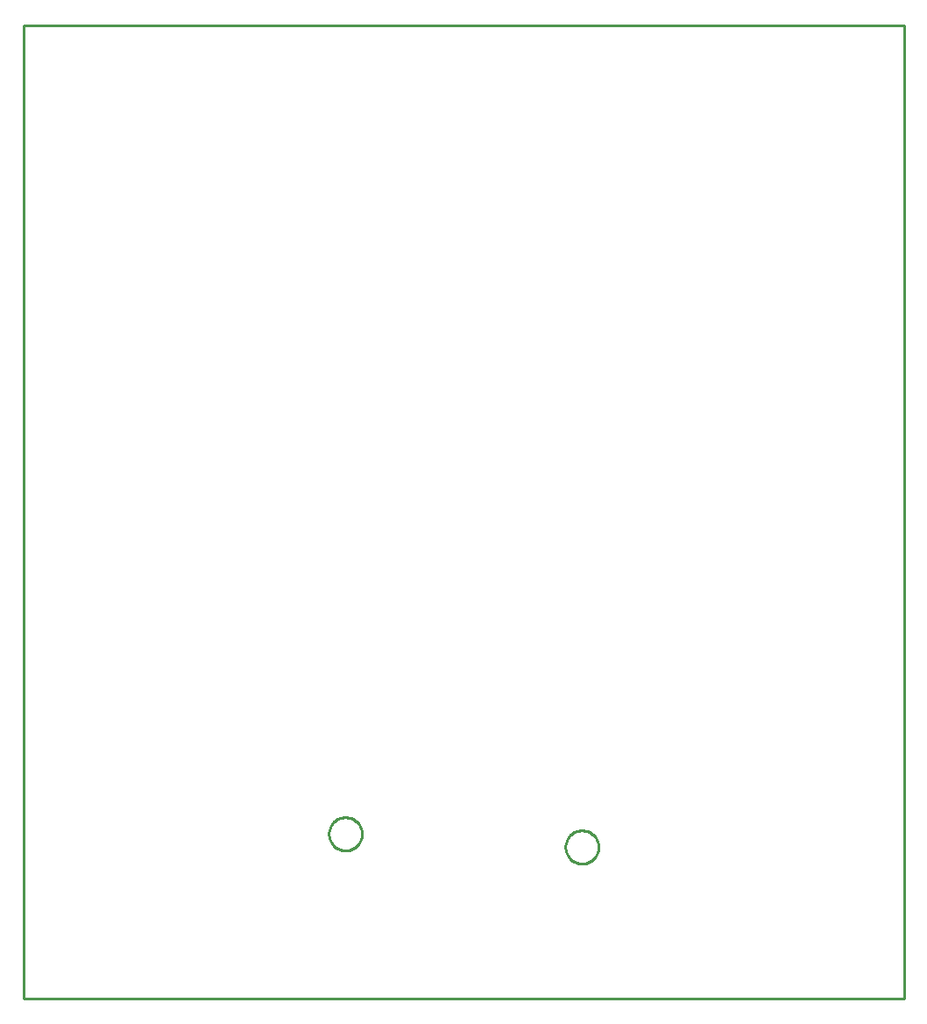
<source format=gko>
G04 EAGLE Gerber RS-274X export*
G75*
%MOMM*%
%FSLAX34Y34*%
%LPD*%
%INBoard Outline*%
%IPPOS*%
%AMOC8*
5,1,8,0,0,1.08239X$1,22.5*%
G01*
%ADD10C,0.000000*%
%ADD11C,0.254000*%


D10*
X0Y0D02*
X850900Y0D01*
X850900Y939800D01*
X0Y939700D01*
X0Y0D01*
X295148Y158750D02*
X295153Y159143D01*
X295167Y159535D01*
X295191Y159927D01*
X295225Y160318D01*
X295268Y160709D01*
X295321Y161098D01*
X295384Y161486D01*
X295455Y161872D01*
X295537Y162256D01*
X295628Y162638D01*
X295728Y163018D01*
X295837Y163395D01*
X295956Y163770D01*
X296083Y164141D01*
X296220Y164509D01*
X296366Y164874D01*
X296521Y165235D01*
X296684Y165592D01*
X296857Y165945D01*
X297037Y166293D01*
X297227Y166637D01*
X297425Y166977D01*
X297631Y167311D01*
X297845Y167640D01*
X298067Y167964D01*
X298297Y168282D01*
X298535Y168595D01*
X298780Y168902D01*
X299033Y169202D01*
X299293Y169496D01*
X299561Y169784D01*
X299835Y170065D01*
X300116Y170339D01*
X300404Y170607D01*
X300698Y170867D01*
X300998Y171120D01*
X301305Y171365D01*
X301618Y171603D01*
X301936Y171833D01*
X302260Y172055D01*
X302589Y172269D01*
X302923Y172475D01*
X303263Y172673D01*
X303607Y172863D01*
X303955Y173043D01*
X304308Y173216D01*
X304665Y173379D01*
X305026Y173534D01*
X305391Y173680D01*
X305759Y173817D01*
X306130Y173944D01*
X306505Y174063D01*
X306882Y174172D01*
X307262Y174272D01*
X307644Y174363D01*
X308028Y174445D01*
X308414Y174516D01*
X308802Y174579D01*
X309191Y174632D01*
X309582Y174675D01*
X309973Y174709D01*
X310365Y174733D01*
X310757Y174747D01*
X311150Y174752D01*
X311543Y174747D01*
X311935Y174733D01*
X312327Y174709D01*
X312718Y174675D01*
X313109Y174632D01*
X313498Y174579D01*
X313886Y174516D01*
X314272Y174445D01*
X314656Y174363D01*
X315038Y174272D01*
X315418Y174172D01*
X315795Y174063D01*
X316170Y173944D01*
X316541Y173817D01*
X316909Y173680D01*
X317274Y173534D01*
X317635Y173379D01*
X317992Y173216D01*
X318345Y173043D01*
X318693Y172863D01*
X319037Y172673D01*
X319377Y172475D01*
X319711Y172269D01*
X320040Y172055D01*
X320364Y171833D01*
X320682Y171603D01*
X320995Y171365D01*
X321302Y171120D01*
X321602Y170867D01*
X321896Y170607D01*
X322184Y170339D01*
X322465Y170065D01*
X322739Y169784D01*
X323007Y169496D01*
X323267Y169202D01*
X323520Y168902D01*
X323765Y168595D01*
X324003Y168282D01*
X324233Y167964D01*
X324455Y167640D01*
X324669Y167311D01*
X324875Y166977D01*
X325073Y166637D01*
X325263Y166293D01*
X325443Y165945D01*
X325616Y165592D01*
X325779Y165235D01*
X325934Y164874D01*
X326080Y164509D01*
X326217Y164141D01*
X326344Y163770D01*
X326463Y163395D01*
X326572Y163018D01*
X326672Y162638D01*
X326763Y162256D01*
X326845Y161872D01*
X326916Y161486D01*
X326979Y161098D01*
X327032Y160709D01*
X327075Y160318D01*
X327109Y159927D01*
X327133Y159535D01*
X327147Y159143D01*
X327152Y158750D01*
X327147Y158357D01*
X327133Y157965D01*
X327109Y157573D01*
X327075Y157182D01*
X327032Y156791D01*
X326979Y156402D01*
X326916Y156014D01*
X326845Y155628D01*
X326763Y155244D01*
X326672Y154862D01*
X326572Y154482D01*
X326463Y154105D01*
X326344Y153730D01*
X326217Y153359D01*
X326080Y152991D01*
X325934Y152626D01*
X325779Y152265D01*
X325616Y151908D01*
X325443Y151555D01*
X325263Y151207D01*
X325073Y150863D01*
X324875Y150523D01*
X324669Y150189D01*
X324455Y149860D01*
X324233Y149536D01*
X324003Y149218D01*
X323765Y148905D01*
X323520Y148598D01*
X323267Y148298D01*
X323007Y148004D01*
X322739Y147716D01*
X322465Y147435D01*
X322184Y147161D01*
X321896Y146893D01*
X321602Y146633D01*
X321302Y146380D01*
X320995Y146135D01*
X320682Y145897D01*
X320364Y145667D01*
X320040Y145445D01*
X319711Y145231D01*
X319377Y145025D01*
X319037Y144827D01*
X318693Y144637D01*
X318345Y144457D01*
X317992Y144284D01*
X317635Y144121D01*
X317274Y143966D01*
X316909Y143820D01*
X316541Y143683D01*
X316170Y143556D01*
X315795Y143437D01*
X315418Y143328D01*
X315038Y143228D01*
X314656Y143137D01*
X314272Y143055D01*
X313886Y142984D01*
X313498Y142921D01*
X313109Y142868D01*
X312718Y142825D01*
X312327Y142791D01*
X311935Y142767D01*
X311543Y142753D01*
X311150Y142748D01*
X310757Y142753D01*
X310365Y142767D01*
X309973Y142791D01*
X309582Y142825D01*
X309191Y142868D01*
X308802Y142921D01*
X308414Y142984D01*
X308028Y143055D01*
X307644Y143137D01*
X307262Y143228D01*
X306882Y143328D01*
X306505Y143437D01*
X306130Y143556D01*
X305759Y143683D01*
X305391Y143820D01*
X305026Y143966D01*
X304665Y144121D01*
X304308Y144284D01*
X303955Y144457D01*
X303607Y144637D01*
X303263Y144827D01*
X302923Y145025D01*
X302589Y145231D01*
X302260Y145445D01*
X301936Y145667D01*
X301618Y145897D01*
X301305Y146135D01*
X300998Y146380D01*
X300698Y146633D01*
X300404Y146893D01*
X300116Y147161D01*
X299835Y147435D01*
X299561Y147716D01*
X299293Y148004D01*
X299033Y148298D01*
X298780Y148598D01*
X298535Y148905D01*
X298297Y149218D01*
X298067Y149536D01*
X297845Y149860D01*
X297631Y150189D01*
X297425Y150523D01*
X297227Y150863D01*
X297037Y151207D01*
X296857Y151555D01*
X296684Y151908D01*
X296521Y152265D01*
X296366Y152626D01*
X296220Y152991D01*
X296083Y153359D01*
X295956Y153730D01*
X295837Y154105D01*
X295728Y154482D01*
X295628Y154862D01*
X295537Y155244D01*
X295455Y155628D01*
X295384Y156014D01*
X295321Y156402D01*
X295268Y156791D01*
X295225Y157182D01*
X295191Y157573D01*
X295167Y157965D01*
X295153Y158357D01*
X295148Y158750D01*
X523748Y146050D02*
X523753Y146443D01*
X523767Y146835D01*
X523791Y147227D01*
X523825Y147618D01*
X523868Y148009D01*
X523921Y148398D01*
X523984Y148786D01*
X524055Y149172D01*
X524137Y149556D01*
X524228Y149938D01*
X524328Y150318D01*
X524437Y150695D01*
X524556Y151070D01*
X524683Y151441D01*
X524820Y151809D01*
X524966Y152174D01*
X525121Y152535D01*
X525284Y152892D01*
X525457Y153245D01*
X525637Y153593D01*
X525827Y153937D01*
X526025Y154277D01*
X526231Y154611D01*
X526445Y154940D01*
X526667Y155264D01*
X526897Y155582D01*
X527135Y155895D01*
X527380Y156202D01*
X527633Y156502D01*
X527893Y156796D01*
X528161Y157084D01*
X528435Y157365D01*
X528716Y157639D01*
X529004Y157907D01*
X529298Y158167D01*
X529598Y158420D01*
X529905Y158665D01*
X530218Y158903D01*
X530536Y159133D01*
X530860Y159355D01*
X531189Y159569D01*
X531523Y159775D01*
X531863Y159973D01*
X532207Y160163D01*
X532555Y160343D01*
X532908Y160516D01*
X533265Y160679D01*
X533626Y160834D01*
X533991Y160980D01*
X534359Y161117D01*
X534730Y161244D01*
X535105Y161363D01*
X535482Y161472D01*
X535862Y161572D01*
X536244Y161663D01*
X536628Y161745D01*
X537014Y161816D01*
X537402Y161879D01*
X537791Y161932D01*
X538182Y161975D01*
X538573Y162009D01*
X538965Y162033D01*
X539357Y162047D01*
X539750Y162052D01*
X540143Y162047D01*
X540535Y162033D01*
X540927Y162009D01*
X541318Y161975D01*
X541709Y161932D01*
X542098Y161879D01*
X542486Y161816D01*
X542872Y161745D01*
X543256Y161663D01*
X543638Y161572D01*
X544018Y161472D01*
X544395Y161363D01*
X544770Y161244D01*
X545141Y161117D01*
X545509Y160980D01*
X545874Y160834D01*
X546235Y160679D01*
X546592Y160516D01*
X546945Y160343D01*
X547293Y160163D01*
X547637Y159973D01*
X547977Y159775D01*
X548311Y159569D01*
X548640Y159355D01*
X548964Y159133D01*
X549282Y158903D01*
X549595Y158665D01*
X549902Y158420D01*
X550202Y158167D01*
X550496Y157907D01*
X550784Y157639D01*
X551065Y157365D01*
X551339Y157084D01*
X551607Y156796D01*
X551867Y156502D01*
X552120Y156202D01*
X552365Y155895D01*
X552603Y155582D01*
X552833Y155264D01*
X553055Y154940D01*
X553269Y154611D01*
X553475Y154277D01*
X553673Y153937D01*
X553863Y153593D01*
X554043Y153245D01*
X554216Y152892D01*
X554379Y152535D01*
X554534Y152174D01*
X554680Y151809D01*
X554817Y151441D01*
X554944Y151070D01*
X555063Y150695D01*
X555172Y150318D01*
X555272Y149938D01*
X555363Y149556D01*
X555445Y149172D01*
X555516Y148786D01*
X555579Y148398D01*
X555632Y148009D01*
X555675Y147618D01*
X555709Y147227D01*
X555733Y146835D01*
X555747Y146443D01*
X555752Y146050D01*
X555747Y145657D01*
X555733Y145265D01*
X555709Y144873D01*
X555675Y144482D01*
X555632Y144091D01*
X555579Y143702D01*
X555516Y143314D01*
X555445Y142928D01*
X555363Y142544D01*
X555272Y142162D01*
X555172Y141782D01*
X555063Y141405D01*
X554944Y141030D01*
X554817Y140659D01*
X554680Y140291D01*
X554534Y139926D01*
X554379Y139565D01*
X554216Y139208D01*
X554043Y138855D01*
X553863Y138507D01*
X553673Y138163D01*
X553475Y137823D01*
X553269Y137489D01*
X553055Y137160D01*
X552833Y136836D01*
X552603Y136518D01*
X552365Y136205D01*
X552120Y135898D01*
X551867Y135598D01*
X551607Y135304D01*
X551339Y135016D01*
X551065Y134735D01*
X550784Y134461D01*
X550496Y134193D01*
X550202Y133933D01*
X549902Y133680D01*
X549595Y133435D01*
X549282Y133197D01*
X548964Y132967D01*
X548640Y132745D01*
X548311Y132531D01*
X547977Y132325D01*
X547637Y132127D01*
X547293Y131937D01*
X546945Y131757D01*
X546592Y131584D01*
X546235Y131421D01*
X545874Y131266D01*
X545509Y131120D01*
X545141Y130983D01*
X544770Y130856D01*
X544395Y130737D01*
X544018Y130628D01*
X543638Y130528D01*
X543256Y130437D01*
X542872Y130355D01*
X542486Y130284D01*
X542098Y130221D01*
X541709Y130168D01*
X541318Y130125D01*
X540927Y130091D01*
X540535Y130067D01*
X540143Y130053D01*
X539750Y130048D01*
X539357Y130053D01*
X538965Y130067D01*
X538573Y130091D01*
X538182Y130125D01*
X537791Y130168D01*
X537402Y130221D01*
X537014Y130284D01*
X536628Y130355D01*
X536244Y130437D01*
X535862Y130528D01*
X535482Y130628D01*
X535105Y130737D01*
X534730Y130856D01*
X534359Y130983D01*
X533991Y131120D01*
X533626Y131266D01*
X533265Y131421D01*
X532908Y131584D01*
X532555Y131757D01*
X532207Y131937D01*
X531863Y132127D01*
X531523Y132325D01*
X531189Y132531D01*
X530860Y132745D01*
X530536Y132967D01*
X530218Y133197D01*
X529905Y133435D01*
X529598Y133680D01*
X529298Y133933D01*
X529004Y134193D01*
X528716Y134461D01*
X528435Y134735D01*
X528161Y135016D01*
X527893Y135304D01*
X527633Y135598D01*
X527380Y135898D01*
X527135Y136205D01*
X526897Y136518D01*
X526667Y136836D01*
X526445Y137160D01*
X526231Y137489D01*
X526025Y137823D01*
X525827Y138163D01*
X525637Y138507D01*
X525457Y138855D01*
X525284Y139208D01*
X525121Y139565D01*
X524966Y139926D01*
X524820Y140291D01*
X524683Y140659D01*
X524556Y141030D01*
X524437Y141405D01*
X524328Y141782D01*
X524228Y142162D01*
X524137Y142544D01*
X524055Y142928D01*
X523984Y143314D01*
X523921Y143702D01*
X523868Y144091D01*
X523825Y144482D01*
X523791Y144873D01*
X523767Y145265D01*
X523753Y145657D01*
X523748Y146050D01*
D11*
X0Y0D02*
X850900Y0D01*
X850900Y939800D01*
X0Y939700D01*
X0Y0D01*
X327152Y158226D02*
X327083Y157181D01*
X326947Y156142D01*
X326742Y155114D01*
X326471Y154102D01*
X326134Y153110D01*
X325733Y152142D01*
X325270Y151203D01*
X324746Y150295D01*
X324164Y149424D01*
X323526Y148593D01*
X322836Y147805D01*
X322095Y147064D01*
X321307Y146374D01*
X320476Y145736D01*
X319605Y145154D01*
X318697Y144630D01*
X317758Y144167D01*
X316790Y143766D01*
X315798Y143429D01*
X314786Y143158D01*
X313758Y142953D01*
X312719Y142817D01*
X311674Y142748D01*
X310626Y142748D01*
X309581Y142817D01*
X308542Y142953D01*
X307514Y143158D01*
X306502Y143429D01*
X305510Y143766D01*
X304542Y144167D01*
X303603Y144630D01*
X302695Y145154D01*
X301824Y145736D01*
X300993Y146374D01*
X300205Y147064D01*
X299464Y147805D01*
X298774Y148593D01*
X298136Y149424D01*
X297554Y150295D01*
X297030Y151203D01*
X296567Y152142D01*
X296166Y153110D01*
X295829Y154102D01*
X295558Y155114D01*
X295353Y156142D01*
X295217Y157181D01*
X295148Y158226D01*
X295148Y159274D01*
X295217Y160319D01*
X295353Y161358D01*
X295558Y162386D01*
X295829Y163398D01*
X296166Y164390D01*
X296567Y165358D01*
X297030Y166297D01*
X297554Y167205D01*
X298136Y168076D01*
X298774Y168907D01*
X299464Y169695D01*
X300205Y170436D01*
X300993Y171126D01*
X301824Y171764D01*
X302695Y172346D01*
X303603Y172870D01*
X304542Y173333D01*
X305510Y173734D01*
X306502Y174071D01*
X307514Y174342D01*
X308542Y174547D01*
X309581Y174683D01*
X310626Y174752D01*
X311674Y174752D01*
X312719Y174683D01*
X313758Y174547D01*
X314786Y174342D01*
X315798Y174071D01*
X316790Y173734D01*
X317758Y173333D01*
X318697Y172870D01*
X319605Y172346D01*
X320476Y171764D01*
X321307Y171126D01*
X322095Y170436D01*
X322836Y169695D01*
X323526Y168907D01*
X324164Y168076D01*
X324746Y167205D01*
X325270Y166297D01*
X325733Y165358D01*
X326134Y164390D01*
X326471Y163398D01*
X326742Y162386D01*
X326947Y161358D01*
X327083Y160319D01*
X327152Y159274D01*
X327152Y158226D01*
X555752Y145526D02*
X555683Y144481D01*
X555547Y143442D01*
X555342Y142414D01*
X555071Y141402D01*
X554734Y140410D01*
X554333Y139442D01*
X553870Y138503D01*
X553346Y137595D01*
X552764Y136724D01*
X552126Y135893D01*
X551436Y135105D01*
X550695Y134364D01*
X549907Y133674D01*
X549076Y133036D01*
X548205Y132454D01*
X547297Y131930D01*
X546358Y131467D01*
X545390Y131066D01*
X544398Y130729D01*
X543386Y130458D01*
X542358Y130253D01*
X541319Y130117D01*
X540274Y130048D01*
X539226Y130048D01*
X538181Y130117D01*
X537142Y130253D01*
X536114Y130458D01*
X535102Y130729D01*
X534110Y131066D01*
X533142Y131467D01*
X532203Y131930D01*
X531295Y132454D01*
X530424Y133036D01*
X529593Y133674D01*
X528805Y134364D01*
X528064Y135105D01*
X527374Y135893D01*
X526736Y136724D01*
X526154Y137595D01*
X525630Y138503D01*
X525167Y139442D01*
X524766Y140410D01*
X524429Y141402D01*
X524158Y142414D01*
X523953Y143442D01*
X523817Y144481D01*
X523748Y145526D01*
X523748Y146574D01*
X523817Y147619D01*
X523953Y148658D01*
X524158Y149686D01*
X524429Y150698D01*
X524766Y151690D01*
X525167Y152658D01*
X525630Y153597D01*
X526154Y154505D01*
X526736Y155376D01*
X527374Y156207D01*
X528064Y156995D01*
X528805Y157736D01*
X529593Y158426D01*
X530424Y159064D01*
X531295Y159646D01*
X532203Y160170D01*
X533142Y160633D01*
X534110Y161034D01*
X535102Y161371D01*
X536114Y161642D01*
X537142Y161847D01*
X538181Y161983D01*
X539226Y162052D01*
X540274Y162052D01*
X541319Y161983D01*
X542358Y161847D01*
X543386Y161642D01*
X544398Y161371D01*
X545390Y161034D01*
X546358Y160633D01*
X547297Y160170D01*
X548205Y159646D01*
X549076Y159064D01*
X549907Y158426D01*
X550695Y157736D01*
X551436Y156995D01*
X552126Y156207D01*
X552764Y155376D01*
X553346Y154505D01*
X553870Y153597D01*
X554333Y152658D01*
X554734Y151690D01*
X555071Y150698D01*
X555342Y149686D01*
X555547Y148658D01*
X555683Y147619D01*
X555752Y146574D01*
X555752Y145526D01*
M02*

</source>
